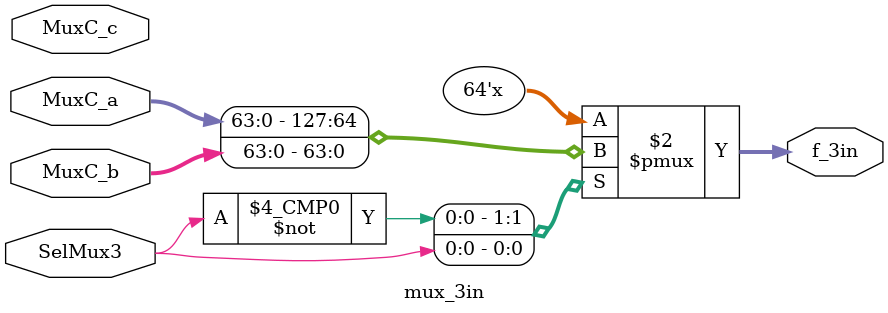
<source format=sv>
module mux_3in
	(output logic [64-1:0] f_3in,
	input logic [64-1:0] MuxC_a,MuxC_b,MuxC_c,
	input logic SelMux3);
always_comb
begin
    	case(SelMux3) 
		0: begin
		f_3in=MuxC_a;
		end 
		1: begin
		f_3in=MuxC_b;
		end
		2: begin
		f_3in=MuxC_c;
		end  
	endcase 
end
endmodule

</source>
